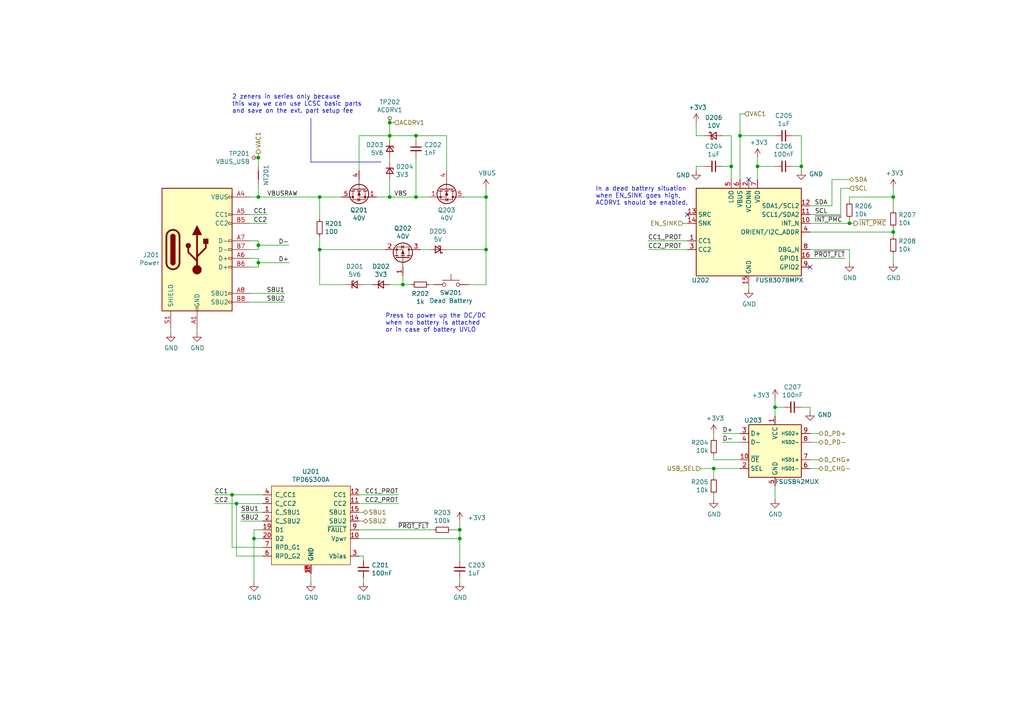
<source format=kicad_sch>
(kicad_sch (version 20231120) (generator "eeschema") (generator_version "8.0")
  (paper "A4")
  (lib_symbols
    (symbol "Connector:TestPoint_Small" (pin_numbers hide) (pin_names (offset 0.762) hide)
      (property "Reference" "TP" (at 0 3.81 0))
      (property "Value" "TestPoint_Small" (at 0 2.032 0))
      (symbol "TestPoint_Small_0_1"
        (circle (center 0 0) (radius 0.508))
      )
      (symbol "TestPoint_Small_1_1"
        (pin passive line (at 0 0 90) (length 0) (name "1") (number "1"))
      )
    )
    (symbol "Connector:USB_C_Receptacle_USB2.0" (pin_names (offset 1.016))
      (property "Reference" "J" (at -10.16 19.05 0))
      (property "Value" "USB_C_Receptacle_USB2.0" (at 19.05 19.05 0))
      (symbol "USB_C_Receptacle_USB2.0_0_0"
        (rectangle (start -0.254 -17.78) (end 0.254 -16.764))
        (rectangle (start 10.16 -14.986) (end 9.144 -15.494))
        (rectangle (start 10.16 -12.446) (end 9.144 -12.954))
        (rectangle (start 10.16 -4.826) (end 9.144 -5.334))
        (rectangle (start 10.16 -2.286) (end 9.144 -2.794))
        (rectangle (start 10.16 0.254) (end 9.144 -0.254))
        (rectangle (start 10.16 2.794) (end 9.144 2.286))
        (rectangle (start 10.16 7.874) (end 9.144 7.366))
        (rectangle (start 10.16 10.414) (end 9.144 9.906))
        (rectangle (start 10.16 15.494) (end 9.144 14.986))
      )
      (symbol "USB_C_Receptacle_USB2.0_0_1"
        (rectangle (start -10.16 17.78) (end 10.16 -17.78) (stroke (width 0.254)) (fill (type background)))
        (arc (start -8.89 -3.81) (mid -6.985 -5.7067) (end -5.08 -3.81) (stroke (width 0.508)))
        (arc (start -7.62 -3.81) (mid -6.985 -4.4423) (end -6.35 -3.81) (stroke (width 0.254)))
        (arc (start -7.62 -3.81) (mid -6.985 -4.4423) (end -6.35 -3.81) (stroke (width 0.254)) (fill (type outline)))
        (rectangle (start -7.62 -3.81) (end -6.35 3.81) (stroke (width 0.254)) (fill (type outline)))
        (arc (start -6.35 3.81) (mid -6.985 4.4423) (end -7.62 3.81) (stroke (width 0.254)))
        (arc (start -6.35 3.81) (mid -6.985 4.4423) (end -7.62 3.81) (stroke (width 0.254)) (fill (type outline)))
        (arc (start -5.08 3.81) (mid -6.985 5.7067) (end -8.89 3.81) (stroke (width 0.508)))
        (circle (center -2.54 1.143) (radius 0.635) (stroke (width 0.254)) (fill (type outline)))
        (circle (center 0 -5.842) (radius 1.27) (fill (type outline)))
        (polyline (pts (xy -8.89 -3.81) (xy -8.89 3.81)) (stroke (width 0.508)))
        (polyline (pts (xy -5.08 3.81) (xy -5.08 -3.81)) (stroke (width 0.508)))
        (polyline (pts (xy 0 -5.842) (xy 0 4.318)) (stroke (width 0.508)))
        (polyline (pts (xy 0 -3.302) (xy -2.54 -0.762) (xy -2.54 0.508)) (stroke (width 0.508)))
        (polyline (pts (xy 0 -2.032) (xy 2.54 0.508) (xy 2.54 1.778)) (stroke (width 0.508)))
        (polyline (pts (xy -1.27 4.318) (xy 0 6.858) (xy 1.27 4.318) (xy -1.27 4.318)) (stroke (width 0.254)) (fill (type outline)))
        (rectangle (start 1.905 1.778) (end 3.175 3.048) (stroke (width 0.254)) (fill (type outline)))
      )
      (symbol "USB_C_Receptacle_USB2.0_1_1"
        (pin passive line (at 0 -22.86 90) (length 5.08) (name "GND") (number "A1"))
        (pin passive line (at 0 -22.86 90) (length 5.08) hide (name "GND") (number "A12"))
        (pin passive line (at 15.24 15.24 180) (length 5.08) (name "VBUS") (number "A4"))
        (pin bidirectional line (at 15.24 10.16 180) (length 5.08) (name "CC1") (number "A5"))
        (pin bidirectional line (at 15.24 -2.54 180) (length 5.08) (name "D+") (number "A6"))
        (pin bidirectional line (at 15.24 2.54 180) (length 5.08) (name "D-") (number "A7"))
        (pin bidirectional line (at 15.24 -12.7 180) (length 5.08) (name "SBU1") (number "A8"))
        (pin passive line (at 15.24 15.24 180) (length 5.08) hide (name "VBUS") (number "A9"))
        (pin passive line (at 0 -22.86 90) (length 5.08) hide (name "GND") (number "B1"))
        (pin passive line (at 0 -22.86 90) (length 5.08) hide (name "GND") (number "B12"))
        (pin passive line (at 15.24 15.24 180) (length 5.08) hide (name "VBUS") (number "B4"))
        (pin bidirectional line (at 15.24 7.62 180) (length 5.08) (name "CC2") (number "B5"))
        (pin bidirectional line (at 15.24 -5.08 180) (length 5.08) (name "D+") (number "B6"))
        (pin bidirectional line (at 15.24 0 180) (length 5.08) (name "D-") (number "B7"))
        (pin bidirectional line (at 15.24 -15.24 180) (length 5.08) (name "SBU2") (number "B8"))
        (pin passive line (at 15.24 15.24 180) (length 5.08) hide (name "VBUS") (number "B9"))
        (pin passive line (at -7.62 -22.86 90) (length 5.08) (name "SHIELD") (number "S1"))
      )
    )
    (symbol "Device:C_Small" (pin_numbers hide) (pin_names (offset 0.254) hide)
      (property "Reference" "C" (at 0.254 1.778 0))
      (property "Value" "C_Small" (at 0.254 -2.032 0))
      (symbol "C_Small_0_1"
        (polyline (pts (xy -1.524 -0.508) (xy 1.524 -0.508)) (stroke (width 0.3302)))
        (polyline (pts (xy -1.524 0.508) (xy 1.524 0.508)) (stroke (width 0.3048)))
      )
      (symbol "C_Small_1_1"
        (pin passive line (at 0 2.54 270) (length 2.032) (name "~") (number "1"))
        (pin passive line (at 0 -2.54 90) (length 2.032) (name "~") (number "2"))
      )
    )
    (symbol "Device:D_Schottky_Small" (pin_numbers hide) (pin_names (offset 0.254) hide)
      (property "Reference" "D" (at -1.27 2.032 0))
      (property "Value" "D_Schottky_Small" (at -7.112 -2.032 0))
      (symbol "D_Schottky_Small_0_1"
        (polyline (pts (xy -0.762 0) (xy 0.762 0)))
        (polyline (pts (xy 0.762 -1.016) (xy -0.762 0) (xy 0.762 1.016) (xy 0.762 -1.016)) (stroke (width 0.254)))
        (polyline (pts (xy -1.27 0.762) (xy -1.27 1.016) (xy -0.762 1.016) (xy -0.762 -1.016) (xy -0.254 -1.016) (xy -0.254 -0.762)) (stroke (width 0.254)))
      )
      (symbol "D_Schottky_Small_1_1"
        (pin passive line (at -2.54 0 0) (length 1.778) (name "K") (number "1"))
        (pin passive line (at 2.54 0 180) (length 1.778) (name "A") (number "2"))
      )
    )
    (symbol "Device:D_Zener_Small" (pin_numbers hide) (pin_names (offset 0.254) hide)
      (property "Reference" "D" (at 0 2.286 0))
      (property "Value" "D_Zener_Small" (at 0 -2.286 0))
      (symbol "D_Zener_Small_0_1"
        (polyline (pts (xy 0.762 0) (xy -0.762 0)))
        (polyline (pts (xy -0.254 1.016) (xy -0.762 1.016) (xy -0.762 -1.016)) (stroke (width 0.254)))
        (polyline (pts (xy 0.762 1.016) (xy -0.762 0) (xy 0.762 -1.016) (xy 0.762 1.016)) (stroke (width 0.254)))
      )
      (symbol "D_Zener_Small_1_1"
        (pin passive line (at -2.54 0 0) (length 1.778) (name "K") (number "1"))
        (pin passive line (at 2.54 0 180) (length 1.778) (name "A") (number "2"))
      )
    )
    (symbol "Device:NetTie_2" (pin_numbers hide) (pin_names (offset 0) hide)
      (property "Reference" "NT" (at 0 1.27 0))
      (property "Value" "NetTie_2" (at 0 -1.27 0))
      (symbol "NetTie_2_0_1"
        (polyline (pts (xy -1.27 0) (xy 1.27 0)) (stroke (width 0.254)))
      )
      (symbol "NetTie_2_1_1"
        (pin passive line (at -2.54 0 0) (length 2.54) (name "1") (number "1"))
        (pin passive line (at 2.54 0 180) (length 2.54) (name "2") (number "2"))
      )
    )
    (symbol "Device:Q_PMOS_GSD" (pin_names (offset 0) hide)
      (property "Reference" "Q" (at 5.08 1.27 0))
      (property "Value" "Q_PMOS_GSD" (at 5.08 -1.27 0))
      (symbol "Q_PMOS_GSD_0_1"
        (polyline (pts (xy 0.254 0) (xy -2.54 0)))
        (polyline (pts (xy 0.254 1.905) (xy 0.254 -1.905)) (stroke (width 0.254)))
        (polyline (pts (xy 0.762 -1.27) (xy 0.762 -2.286)) (stroke (width 0.254)))
        (polyline (pts (xy 0.762 0.508) (xy 0.762 -0.508)) (stroke (width 0.254)))
        (polyline (pts (xy 0.762 2.286) (xy 0.762 1.27)) (stroke (width 0.254)))
        (polyline (pts (xy 2.54 2.54) (xy 2.54 1.778)))
        (polyline (pts (xy 2.54 -2.54) (xy 2.54 0) (xy 0.762 0)))
        (polyline (pts (xy 0.762 1.778) (xy 3.302 1.778) (xy 3.302 -1.778) (xy 0.762 -1.778)))
        (polyline (pts (xy 2.286 0) (xy 1.27 0.381) (xy 1.27 -0.381) (xy 2.286 0)) (fill (type outline)))
        (polyline (pts (xy 2.794 -0.508) (xy 2.921 -0.381) (xy 3.683 -0.381) (xy 3.81 -0.254)))
        (polyline (pts (xy 3.302 -0.381) (xy 2.921 0.254) (xy 3.683 0.254) (xy 3.302 -0.381)))
        (circle (center 1.651 0) (radius 2.794) (stroke (width 0.254)))
        (circle (center 2.54 -1.778) (radius 0.254) (fill (type outline)))
        (circle (center 2.54 1.778) (radius 0.254) (fill (type outline)))
      )
      (symbol "Q_PMOS_GSD_1_1"
        (pin input line (at -5.08 0 0) (length 2.54) (name "G") (number "1"))
        (pin passive line (at 2.54 -5.08 90) (length 2.54) (name "S") (number "2"))
        (pin passive line (at 2.54 5.08 270) (length 2.54) (name "D") (number "3"))
      )
    )
    (symbol "Device:R_Small" (pin_numbers hide) (pin_names (offset 0.254) hide)
      (property "Reference" "R" (at 0.762 0.508 0))
      (property "Value" "R_Small" (at 0.762 -1.016 0))
      (symbol "R_Small_0_1"
        (rectangle (start -0.762 1.778) (end 0.762 -1.778) (stroke (width 0.2032)))
      )
      (symbol "R_Small_1_1"
        (pin passive line (at 0 2.54 270) (length 0.762) (name "~") (number "1"))
        (pin passive line (at 0 -2.54 90) (length 0.762) (name "~") (number "2"))
      )
    )
    (symbol "Interface_USB:FSUSB42MUX"
      (property "Reference" "U" (at -6.35 8.89 0))
      (property "Value" "FSUSB42MUX" (at 7.62 8.89 0))
      (symbol "FSUSB42MUX_0_1"
        (rectangle (start 7.62 7.62) (end -7.62 -7.62) (stroke (width 0.254)) (fill (type background)))
      )
      (symbol "FSUSB42MUX_1_1"
        (pin power_in line (at 0 10.16 270) (length 2.54) (name "VCC") (number "1"))
        (pin input line (at -10.16 -2.54 0) (length 2.54) (name "~{OE}") (number "10"))
        (pin input line (at -10.16 -5.08 0) (length 2.54) (name "SEL") (number "2"))
        (pin bidirectional line (at -10.16 5.08 0) (length 2.54) (name "D+") (number "3"))
        (pin bidirectional line (at -10.16 2.54 0) (length 2.54) (name "D-") (number "4"))
        (pin power_in line (at 0 -10.16 90) (length 2.54) (name "GND") (number "5"))
        (pin bidirectional line (at 10.16 -5.08 180) (length 2.54) (name "HSD1-") (number "6"))
        (pin bidirectional line (at 10.16 -2.54 180) (length 2.54) (name "HSD1+") (number "7"))
        (pin bidirectional line (at 10.16 2.54 180) (length 2.54) (name "HSD2-") (number "8"))
        (pin bidirectional line (at 10.16 5.08 180) (length 2.54) (name "HSD2+") (number "9"))
      )
    )
    (symbol "Interface_USB:FUSB307BMPX"
      (property "Reference" "U" (at -15.24 13.97 0))
      (property "Value" "FUSB307BMPX" (at 6.35 13.97 0))
      (symbol "FUSB307BMPX_0_1"
        (rectangle (start -15.24 12.7) (end 15.24 -12.7) (stroke (width 0.254)) (fill (type background)))
      )
      (symbol "FUSB307BMPX_1_1"
        (pin bidirectional line (at 17.78 -2.54 180) (length 2.54) (name "CC1") (number "1"))
        (pin open_collector line (at -17.78 2.54 0) (length 2.54) (name "INT_N") (number "10"))
        (pin bidirectional line (at -17.78 5.08 0) (length 2.54) (name "SCL1/SDA2") (number "11"))
        (pin bidirectional line (at -17.78 7.62 0) (length 2.54) (name "SDA1/SCL2") (number "12"))
        (pin output line (at 17.78 5.08 180) (length 2.54) (name "SRC") (number "13"))
        (pin output line (at 17.78 2.54 180) (length 2.54) (name "SNK") (number "14"))
        (pin power_in line (at 0 -15.24 90) (length 2.54) (name "GND") (number "15"))
        (pin bidirectional line (at -17.78 -7.62 0) (length 2.54) (name "GPIO1") (number "16"))
        (pin passive line (at 0 -15.24 90) (length 2.54) hide (name "GND") (number "17"))
        (pin power_in line (at 0 15.24 270) (length 2.54) (name "VCONN") (number "2"))
        (pin bidirectional line (at 17.78 -5.08 180) (length 2.54) (name "CC2") (number "3"))
        (pin tri_state line (at -17.78 0 0) (length 2.54) (name "ORIENT/I2C_ADDR") (number "4"))
        (pin power_out line (at 5.08 15.24 270) (length 2.54) (name "LDO") (number "5"))
        (pin power_in line (at 2.54 15.24 270) (length 2.54) (name "VBUS") (number "6"))
        (pin power_in line (at -2.54 15.24 270) (length 2.54) (name "VDD") (number "7"))
        (pin open_collector line (at -17.78 -5.08 0) (length 2.54) (name "DBG_N") (number "8"))
        (pin bidirectional line (at -17.78 -10.16 0) (length 2.54) (name "GPIO2") (number "9"))
      )
    )
    (symbol "Switch:SW_Push" (pin_numbers hide) (pin_names (offset 1.016) hide)
      (property "Reference" "SW" (at 1.27 2.54 0))
      (property "Value" "SW_Push" (at 0 -1.524 0))
      (symbol "SW_Push_0_1"
        (circle (center -2.032 0) (radius 0.508))
        (polyline (pts (xy 0 1.27) (xy 0 3.048)))
        (polyline (pts (xy 2.54 1.27) (xy -2.54 1.27)))
        (circle (center 2.032 0) (radius 0.508))
        (pin passive line (at -5.08 0 0) (length 2.54) (name "1") (number "1"))
        (pin passive line (at 5.08 0 180) (length 2.54) (name "2") (number "2"))
      )
    )
    (symbol "Transistor_FET:Si7336ADP" (pin_names hide)
      (property "Reference" "Q" (at 5.08 1.905 0))
      (property "Value" "Si7336ADP" (at 5.08 0 0))
      (symbol "Si7336ADP_0_1"
        (polyline (pts (xy 0.254 0) (xy -2.54 0)))
        (polyline (pts (xy 0.254 1.905) (xy 0.254 -1.905)) (stroke (width 0.254)))
        (polyline (pts (xy 0.762 -1.27) (xy 0.762 -2.286)) (stroke (width 0.254)))
        (polyline (pts (xy 0.762 0.508) (xy 0.762 -0.508)) (stroke (width 0.254)))
        (polyline (pts (xy 0.762 2.286) (xy 0.762 1.27)) (stroke (width 0.254)))
        (polyline (pts (xy 2.54 2.54) (xy 2.54 1.778)))
        (polyline (pts (xy 2.54 -2.54) (xy 2.54 0) (xy 0.762 0)))
        (polyline (pts (xy 0.762 -1.778) (xy 3.302 -1.778) (xy 3.302 1.778) (xy 0.762 1.778)))
        (polyline (pts (xy 1.016 0) (xy 2.032 0.381) (xy 2.032 -0.381) (xy 1.016 0)) (fill (type outline)))
        (polyline (pts (xy 2.794 0.508) (xy 2.921 0.381) (xy 3.683 0.381) (xy 3.81 0.254)))
        (polyline (pts (xy 3.302 0.381) (xy 2.921 -0.254) (xy 3.683 -0.254) (xy 3.302 0.381)))
        (circle (center 1.651 0) (radius 2.794) (stroke (width 0.254)))
        (circle (center 2.54 -1.778) (radius 0.254) (fill (type outline)))
        (circle (center 2.54 1.778) (radius 0.254) (fill (type outline)))
      )
      (symbol "Si7336ADP_1_1"
        (pin passive line (at 2.54 -5.08 90) (length 2.54) (name "S") (number "1"))
        (pin passive line (at 2.54 -5.08 90) (length 2.54) hide (name "S") (number "2"))
        (pin passive line (at 2.54 -5.08 90) (length 2.54) hide (name "S") (number "3"))
        (pin input line (at -5.08 0 0) (length 2.54) (name "G") (number "4"))
        (pin passive line (at 2.54 5.08 270) (length 2.54) (name "D") (number "5"))
      )
    )
    (symbol "meansOfCircuitDesign:TPD6S300A" (pin_names (offset 1.016))
      (property "Reference" "U" (at 0 11.43 0))
      (property "Value" "TPD6S300A" (at 0 13.97 0))
      (symbol "TPD6S300A_0_1"
        (rectangle (start 11.43 10.16) (end -11.43 -12.7) (fill (type background)))
      )
      (symbol "TPD6S300A_1_1"
        (pin bidirectional line (at -13.97 2.54 0) (length 2.54) (name "C_SBU1") (number "1"))
        (pin passive line (at 13.97 -5.08 180) (length 2.54) (name "Vpwr") (number "10"))
        (pin bidirectional line (at 13.97 5.08 180) (length 2.54) (name "CC2") (number "11"))
        (pin bidirectional line (at 13.97 7.62 180) (length 2.54) (name "CC1") (number "12"))
        (pin passive line (at 0 -15.24 90) (length 2.54) (name "GND") (number "13"))
        (pin bidirectional line (at 13.97 0 180) (length 2.54) (name "SBU2") (number "14"))
        (pin bidirectional line (at 13.97 2.54 180) (length 2.54) (name "SBU1") (number "15"))
        (pin passive line (at 0 -15.24 90) (length 2.54) hide (name "NC") (number "16"))
        (pin passive line (at 0 -15.24 90) (length 2.54) hide (name "NC") (number "17"))
        (pin passive line (at 0 -15.24 90) (length 2.54) (name "GND") (number "18"))
        (pin passive line (at -13.97 -2.54 0) (length 2.54) (name "D1") (number "19"))
        (pin bidirectional line (at -13.97 0 0) (length 2.54) (name "C_SBU2") (number "2"))
        (pin passive line (at -13.97 -5.08 0) (length 2.54) (name "D2") (number "20"))
        (pin passive line (at 0 -15.24 90) (length 2.54) hide (name "Thermal_Pad") (number "21"))
        (pin passive line (at 13.97 -10.16 180) (length 2.54) (name "Vbias") (number "3"))
        (pin bidirectional line (at -13.97 7.62 0) (length 2.54) (name "C_CC1") (number "4"))
        (pin bidirectional line (at -13.97 5.08 0) (length 2.54) (name "C_CC2") (number "5"))
        (pin bidirectional line (at -13.97 -10.16 0) (length 2.54) (name "RPD_G2") (number "6"))
        (pin bidirectional line (at -13.97 -7.62 0) (length 2.54) (name "RPD_G1") (number "7"))
        (pin passive line (at 0 -15.24 90) (length 2.54) (name "GND") (number "8"))
        (pin passive line (at 13.97 -2.54 180) (length 2.54) (name "~{FAULT}") (number "9"))
      )
    )
    (symbol "power:+3V3" (power) (pin_names (offset 0))
      (property "Value" "+3V3" (at 0 3.556 0))
      (symbol "+3V3_0_1"
        (polyline (pts (xy -0.762 1.27) (xy 0 2.54)))
        (polyline (pts (xy 0 0) (xy 0 2.54)))
        (polyline (pts (xy 0 2.54) (xy 0.762 1.27)))
      )
      (symbol "+3V3_1_1"
        (pin power_in line (at 0 0 90) (length 0) hide (name "+3V3") (number "1"))
      )
    )
    (symbol "power:GND" (power) (pin_names (offset 0))
      (property "Value" "GND" (at 0 -3.81 0))
      (symbol "GND_0_1"
        (polyline (pts (xy 0 0) (xy 0 -1.27) (xy 1.27 -1.27) (xy 0 -2.54) (xy -1.27 -1.27) (xy 0 -1.27)))
      )
      (symbol "GND_1_1"
        (pin power_in line (at 0 0 270) (length 0) hide (name "GND") (number "1"))
      )
    )
    (symbol "power:VBUS" (power) (pin_names (offset 0))
      (property "Value" "VBUS" (at 0 3.81 0))
      (symbol "VBUS_0_1"
        (polyline (pts (xy -0.762 1.27) (xy 0 2.54)))
        (polyline (pts (xy 0 0) (xy 0 2.54)))
        (polyline (pts (xy 0 2.54) (xy 0.762 1.27)))
      )
      (symbol "VBUS_1_1"
        (pin power_in line (at 0 0 90) (length 0) hide (name "VBUS") (number "1"))
      )
    )
  )
  (junction (at 113.03 35.56))
  (junction (at 92.71 57.15))
  (junction (at 259.08 57.15))
  (junction (at 232.41 48.26))
  (junction (at 116.84 82.55))
  (junction (at 140.97 57.15))
  (junction (at 224.79 118.11))
  (junction (at 67.31 143.51))
  (junction (at 212.09 48.26))
  (junction (at 113.03 57.15))
  (junction (at 133.35 153.67))
  (junction (at 140.97 72.39))
  (junction (at 74.93 76.2))
  (junction (at 113.03 39.37))
  (junction (at 120.65 57.15))
  (junction (at 74.93 57.15))
  (junction (at 74.93 71.12))
  (junction (at 133.35 156.21))
  (junction (at 219.71 48.26))
  (junction (at 92.71 72.39))
  (junction (at 120.65 39.37))
  (junction (at 246.38 64.77))
  (junction (at 73.66 156.21))
  (junction (at 74.93 45.72))
  (junction (at 214.63 39.37))
  (junction (at 207.01 135.89))
  (junction (at 259.08 67.31))
  (junction (at 68.58 146.05))
  (no_connect (at 217.17 52.07))
  (no_connect (at 199.39 62.23))
  (no_connect (at 234.95 77.47))
  (wire (pts (xy 76.2 153.67) (xy 73.66 153.67)))
  (wire (pts (xy 74.93 45.72) (xy 74.93 48.26)))
  (wire (pts (xy 72.39 64.77) (xy 77.47 64.77)))
  (wire (pts (xy 234.95 64.77) (xy 246.38 64.77)))
  (wire (pts (xy 187.96 69.85) (xy 199.39 69.85)))
  (wire (pts (xy 241.3 52.07) (xy 246.38 52.07)))
  (wire (pts (xy 125.73 82.55) (xy 124.46 82.55)))
  (wire (pts (xy 207.01 135.89) (xy 203.2 135.89)))
  (wire (pts (xy 246.38 76.2) (xy 246.38 72.39)))
  (wire (pts (xy 245.11 74.93) (xy 234.95 74.93)))
  (wire (pts (xy 234.95 119.38) (xy 234.95 118.11)))
  (wire (pts (xy 259.08 57.15) (xy 259.08 60.96)))
  (wire (pts (xy 201.93 39.37) (xy 204.47 39.37)))
  (wire (pts (xy 72.39 74.93) (xy 74.93 74.93)))
  (wire (pts (xy 229.87 39.37) (xy 232.41 39.37)))
  (wire (pts (xy 133.35 167.64) (xy 133.35 168.91)))
  (wire (pts (xy 234.95 118.11) (xy 232.41 118.11)))
  (wire (pts (xy 92.71 72.39) (xy 111.76 72.39)))
  (wire (pts (xy 207.01 133.35) (xy 214.63 133.35)))
  (wire (pts (xy 68.58 161.29) (xy 76.2 161.29)))
  (wire (pts (xy 77.47 62.23) (xy 72.39 62.23)))
  (wire (pts (xy 113.03 39.37) (xy 120.65 39.37)))
  (wire (pts (xy 215.9 33.02) (xy 214.63 33.02)))
  (wire (pts (xy 104.14 39.37) (xy 113.03 39.37)))
  (wire (pts (xy 207.01 125.73) (xy 207.01 127)))
  (wire (pts (xy 209.55 125.73) (xy 214.63 125.73)))
  (wire (pts (xy 74.93 45.72) (xy 73.66 45.72)))
  (wire (pts (xy 113.03 35.56) (xy 114.3 35.56)))
  (wire (pts (xy 113.03 40.64) (xy 113.03 39.37)))
  (wire (pts (xy 69.85 151.13) (xy 76.2 151.13)))
  (wire (pts (xy 243.84 54.61) (xy 246.38 54.61)))
  (wire (pts (xy 74.93 74.93) (xy 74.93 76.2)))
  (wire (pts (xy 232.41 49.53) (xy 232.41 48.26)))
  (wire (pts (xy 57.15 96.52) (xy 57.15 95.25)))
  (wire (pts (xy 83.82 71.12) (xy 74.93 71.12)))
  (wire (pts (xy 214.63 39.37) (xy 214.63 52.07)))
  (wire (pts (xy 105.41 161.29) (xy 104.14 161.29)))
  (wire (pts (xy 120.65 57.15) (xy 124.46 57.15)))
  (wire (pts (xy 74.93 71.12) (xy 74.93 69.85)))
  (wire (pts (xy 105.41 148.59) (xy 104.14 148.59)))
  (wire (pts (xy 76.2 158.75) (xy 67.31 158.75)))
  (wire (pts (xy 212.09 39.37) (xy 212.09 48.26)))
  (wire (pts (xy 130.81 153.67) (xy 133.35 153.67)))
  (wire (pts (xy 129.54 39.37) (xy 129.54 49.53)))
  (wire (pts (xy 219.71 52.07) (xy 219.71 48.26)))
  (wire (pts (xy 243.84 62.23) (xy 243.84 54.61)))
  (wire (pts (xy 116.84 82.55) (xy 119.38 82.55)))
  (wire (pts (xy 209.55 48.26) (xy 212.09 48.26)))
  (wire (pts (xy 104.14 151.13) (xy 105.41 151.13)))
  (wire (pts (xy 121.92 72.39) (xy 124.46 72.39)))
  (wire (pts (xy 232.41 48.26) (xy 229.87 48.26)))
  (wire (pts (xy 246.38 57.15) (xy 246.38 58.42)))
  (wire (pts (xy 113.03 57.15) (xy 120.65 57.15)))
  (wire (pts (xy 234.95 62.23) (xy 243.84 62.23)))
  (wire (pts (xy 113.03 39.37) (xy 113.03 35.56)))
  (wire (pts (xy 83.82 76.2) (xy 74.93 76.2)))
  (wire (pts (xy 113.03 45.72) (xy 113.03 46.99)))
  (polyline (pts (xy 110.49 46.99) (xy 90.17 46.99)))
  (wire (pts (xy 76.2 148.59) (xy 69.85 148.59)))
  (wire (pts (xy 82.55 87.63) (xy 72.39 87.63)))
  (wire (pts (xy 72.39 72.39) (xy 74.93 72.39)))
  (wire (pts (xy 49.53 96.52) (xy 49.53 95.25)))
  (wire (pts (xy 129.54 72.39) (xy 140.97 72.39)))
  (wire (pts (xy 133.35 153.67) (xy 133.35 156.21)))
  (wire (pts (xy 224.79 39.37) (xy 214.63 39.37)))
  (wire (pts (xy 234.95 135.89) (xy 237.49 135.89)))
  (wire (pts (xy 224.79 48.26) (xy 219.71 48.26)))
  (wire (pts (xy 62.23 143.51) (xy 67.31 143.51)))
  (wire (pts (xy 259.08 66.04) (xy 259.08 67.31)))
  (wire (pts (xy 237.49 125.73) (xy 234.95 125.73)))
  (wire (pts (xy 214.63 33.02) (xy 214.63 39.37)))
  (wire (pts (xy 115.57 143.51) (xy 104.14 143.51)))
  (polyline (pts (xy 90.17 46.99) (xy 90.17 34.29)))
  (wire (pts (xy 74.93 53.34) (xy 74.93 57.15)))
  (wire (pts (xy 92.71 72.39) (xy 92.71 68.58)))
  (wire (pts (xy 92.71 82.55) (xy 92.71 72.39)))
  (wire (pts (xy 105.41 168.91) (xy 105.41 167.64)))
  (wire (pts (xy 73.66 156.21) (xy 73.66 168.91)))
  (wire (pts (xy 234.95 59.69) (xy 241.3 59.69)))
  (wire (pts (xy 113.03 35.56) (xy 113.03 34.29)))
  (wire (pts (xy 212.09 39.37) (xy 209.55 39.37)))
  (wire (pts (xy 259.08 57.15) (xy 246.38 57.15)))
  (wire (pts (xy 105.41 162.56) (xy 105.41 161.29)))
  (wire (pts (xy 125.73 153.67) (xy 104.14 153.67)))
  (wire (pts (xy 116.84 80.01) (xy 116.84 82.55)))
  (wire (pts (xy 120.65 40.64) (xy 120.65 39.37)))
  (wire (pts (xy 209.55 128.27) (xy 214.63 128.27)))
  (wire (pts (xy 212.09 48.26) (xy 212.09 52.07)))
  (wire (pts (xy 237.49 133.35) (xy 234.95 133.35)))
  (wire (pts (xy 247.65 64.77) (xy 246.38 64.77)))
  (wire (pts (xy 74.93 45.72) (xy 74.93 44.45)))
  (wire (pts (xy 133.35 162.56) (xy 133.35 156.21)))
  (wire (pts (xy 224.79 118.11) (xy 224.79 120.65)))
  (wire (pts (xy 259.08 76.2) (xy 259.08 73.66)))
  (wire (pts (xy 201.93 35.56) (xy 201.93 39.37)))
  (wire (pts (xy 219.71 48.26) (xy 219.71 45.72)))
  (wire (pts (xy 224.79 118.11) (xy 224.79 115.57)))
  (wire (pts (xy 227.33 118.11) (xy 224.79 118.11)))
  (wire (pts (xy 207.01 144.78) (xy 207.01 143.51)))
  (wire (pts (xy 92.71 57.15) (xy 99.06 57.15)))
  (wire (pts (xy 68.58 146.05) (xy 68.58 161.29)))
  (wire (pts (xy 187.96 72.39) (xy 199.39 72.39)))
  (wire (pts (xy 92.71 63.5) (xy 92.71 57.15)))
  (wire (pts (xy 241.3 59.69) (xy 241.3 52.07)))
  (wire (pts (xy 201.93 49.53) (xy 201.93 48.26)))
  (wire (pts (xy 68.58 146.05) (xy 62.23 146.05)))
  (wire (pts (xy 74.93 77.47) (xy 72.39 77.47)))
  (wire (pts (xy 67.31 158.75) (xy 67.31 143.51)))
  (wire (pts (xy 74.93 72.39) (xy 74.93 71.12)))
  (wire (pts (xy 201.93 48.26) (xy 204.47 48.26)))
  (wire (pts (xy 67.31 143.51) (xy 76.2 143.51)))
  (wire (pts (xy 140.97 54.61) (xy 140.97 57.15)))
  (wire (pts (xy 120.65 45.72) (xy 120.65 57.15)))
  (wire (pts (xy 207.01 132.08) (xy 207.01 133.35)))
  (wire (pts (xy 72.39 57.15) (xy 74.93 57.15)))
  (wire (pts (xy 76.2 156.21) (xy 73.66 156.21)))
  (wire (pts (xy 198.12 64.77) (xy 199.39 64.77)))
  (wire (pts (xy 246.38 63.5) (xy 246.38 64.77)))
  (wire (pts (xy 134.62 57.15) (xy 140.97 57.15)))
  (wire (pts (xy 113.03 82.55) (xy 116.84 82.55)))
  (wire (pts (xy 113.03 52.07) (xy 113.03 57.15)))
  (wire (pts (xy 74.93 57.15) (xy 92.71 57.15)))
  (wire (pts (xy 224.79 144.78) (xy 224.79 140.97)))
  (wire (pts (xy 72.39 85.09) (xy 82.55 85.09)))
  (wire (pts (xy 217.17 83.82) (xy 217.17 82.55)))
  (wire (pts (xy 207.01 135.89) (xy 207.01 138.43)))
  (wire (pts (xy 104.14 156.21) (xy 133.35 156.21)))
  (wire (pts (xy 92.71 82.55) (xy 100.33 82.55)))
  (wire (pts (xy 73.66 153.67) (xy 73.66 156.21)))
  (wire (pts (xy 120.65 39.37) (xy 129.54 39.37)))
  (wire (pts (xy 115.57 146.05) (xy 104.14 146.05)))
  (wire (pts (xy 140.97 72.39) (xy 140.97 57.15)))
  (wire (pts (xy 234.95 67.31) (xy 259.08 67.31)))
  (wire (pts (xy 135.89 82.55) (xy 140.97 82.55)))
  (wire (pts (xy 214.63 135.89) (xy 207.01 135.89)))
  (wire (pts (xy 133.35 151.13) (xy 133.35 153.67)))
  (wire (pts (xy 109.22 57.15) (xy 113.03 57.15)))
  (wire (pts (xy 76.2 146.05) (xy 68.58 146.05)))
  (wire (pts (xy 140.97 82.55) (xy 140.97 72.39)))
  (wire (pts (xy 259.08 67.31) (xy 259.08 68.58)))
  (wire (pts (xy 74.93 69.85) (xy 72.39 69.85)))
  (wire (pts (xy 259.08 54.61) (xy 259.08 57.15)))
  (wire (pts (xy 105.41 82.55) (xy 107.95 82.55)))
  (wire (pts (xy 246.38 72.39) (xy 234.95 72.39)))
  (wire (pts (xy 90.17 168.91) (xy 90.17 166.37)))
  (wire (pts (xy 74.93 76.2) (xy 74.93 77.47)))
  (wire (pts (xy 234.95 128.27) (xy 237.49 128.27)))
  (wire (pts (xy 232.41 39.37) (xy 232.41 48.26)))
  (wire (pts (xy 104.14 49.53) (xy 104.14 39.37)))
  (text "2 zeners in series only because\nthis way we can use LCSC basic parts\nand save on the ext. part setup fee" (at 67.31 33.02 0) (effects (font (size 1.27 1.27)) (justify left bottom)))
  (text "In a dead battery situation\nwhen EN_SINK goes high,\nACDRV1 should be enabled." (at 172.72 59.69 0) (effects (font (size 1.27 1.27)) (justify left bottom)))
  (text "Press to power up the DC/DC \nwhen no battery is attached\nor in case of battery UVLO" (at 111.76 96.52 0) (effects (font (size 1.27 1.27)) (justify left bottom)))
  (label "SBU1" (at 82.55 85.09 180))
  (label "~{INT_PMC}" (at 236.22 64.77 0))
  (label "VBUSRAW" (at 77.47 57.15 0))
  (label "CC1_PROT" (at 115.57 143.51 180))
  (label "SDA" (at 240.03 59.69 180))
  (label "VBS" (at 114.3 57.15 0))
  (label "D+" (at 209.55 125.73 0))
  (label "CC1" (at 77.47 62.23 180))
  (label "CC2" (at 62.23 146.05 0))
  (label "CC2_PROT" (at 115.57 146.05 180))
  (label "D-" (at 83.82 71.12 180))
  (label "CC1" (at 62.23 143.51 0))
  (label "SBU1" (at 69.85 148.59 0))
  (label "D-" (at 209.55 128.27 0))
  (label "~{PROT_FLT}" (at 124.46 153.67 180))
  (label "CC2_PROT" (at 187.96 72.39 0))
  (label "CC1_PROT" (at 187.96 69.85 0))
  (label "SCL" (at 240.03 62.23 180))
  (label "D+" (at 83.82 76.2 180))
  (label "SBU2" (at 69.85 151.13 0))
  (label "SBU2" (at 82.55 87.63 180))
  (label "~{PROT_FLT}" (at 245.11 74.93 180))
  (label "CC2" (at 77.47 64.77 180))
  (hierarchical_label "USB_SEL" (shape input) (at 203.2 135.89 180))
  (hierarchical_label "SCL" (shape input) (at 246.38 54.61 0))
  (hierarchical_label "VAC1" (shape input) (at 215.9 33.02 0))
  (hierarchical_label "ACDRV1" (shape input) (at 114.3 35.56 0))
  (hierarchical_label "SBU1" (shape bidirectional) (at 105.41 148.59 0))
  (hierarchical_label "EN_SINK" (shape input) (at 198.12 64.77 180))
  (hierarchical_label "~{INT_PMC}" (shape output) (at 247.65 64.77 0))
  (hierarchical_label "D_PD+" (shape bidirectional) (at 237.49 125.73 0))
  (hierarchical_label "VAC1" (shape output) (at 74.93 44.45 90))
  (hierarchical_label "D_CHG-" (shape bidirectional) (at 237.49 135.89 0))
  (hierarchical_label "SDA" (shape bidirectional) (at 246.38 52.07 0))
  (hierarchical_label "SBU2" (shape bidirectional) (at 105.41 151.13 0))
  (hierarchical_label "D_PD-" (shape bidirectional) (at 237.49 128.27 0))
  (hierarchical_label "D_CHG+" (shape bidirectional) (at 237.49 133.35 0))
  (symbol (lib_id "Device:D_Schottky_Small") (at 127 72.39 180) (unit 1)
    (property "Reference" "D205" (at 127 67.1322 0))
    (property "Value" "5V" (at 127 69.4436 0))
    (property "Footprint" "Diode_SMD:D_SOD-123" (effects (hide yes)))
    (property "Datasheet" "https://datasheet.lcsc.com/szlcsc/Changjiang-Electronics-Tech-CJ-B5819W_C8598.pdf" (effects (hide yes)))
    (property "MPN" "B5819W" (effects (hide yes)))
    (property "JLC" "SOD-123" (effects (hide yes)))
    (property "LCSC" "C8598" (effects (hide yes)))
  )
  (symbol (lib_id "Device:Q_PMOS_GSD") (at 116.84 74.93 270) (mirror x) (unit 1)
    (property "Reference" "Q202" (at 116.84 66.2432 90))
    (property "Value" "40V" (at 116.84 68.5546 90))
    (property "Footprint" "Package_TO_SOT_SMD:SOT-23" (effects (hide yes)))
    (property "Datasheet" "https://datasheet.lcsc.com/szlcsc/Alpha-Omega-Semicon-AOS-AO3401A_C15127.pdf" (effects (hide yes)))
    (property "MPN" "AO3401" (effects (hide yes)))
    (property "JLC" "SOT-23-3L" (effects (hide yes)))
    (property "LCSC" "C15127" (effects (hide yes)))
  )
  (symbol (lib_id "Device:NetTie_2") (at 74.93 50.8 270) (unit 1)
    (property "Reference" "NT201" (at 77.1906 50.8 0))
    (property "Value" "UwU" (effects (hide yes)))
    (property "Footprint" "NetTie:NetTie-2_SMD_Pad0.5mm" (effects (hide yes)))
    (property "MPN" "DNP" (effects (hide yes)))
  )
  (symbol (lib_id "Connector:USB_C_Receptacle_USB2.0") (at 57.15 72.39 0) (unit 1)
    (property "Reference" "J201" (at 46.2534 73.9394 0) (effects (justify right)))
    (property "Value" "Power" (at 46.2534 76.2508 0) (effects (justify right)))
    (property "Footprint" "Automated:USB_C_Receptacle_XKB_U262-16XN-4BVC11" (effects (hide yes)))
    (property "Datasheet" "https://www.usb.org/sites/default/files/documents/usb_type-c.zip" (effects (hide yes)))
  )
  (symbol (lib_id "power:VBUS") (at 140.97 54.61 0) (unit 1)
    (property "Reference" "#PWR0208" (effects (hide yes)))
    (property "Value" "VBUS" (at 141.351 50.2158 0))
  )
  (symbol (lib_id "Transistor_FET:Si7336ADP") (at 104.14 54.61 90) (mirror x) (unit 1)
    (property "Reference" "Q201" (at 104.14 60.9346 90))
    (property "Value" "40V" (at 104.14 63.246 90))
    (property "Footprint" "Automated:Vishay_PowerPAK_1212-8_Single" (effects (hide yes)))
    (property "MPN" "SiSS10ADN" (effects (hide yes)))
  )
  (symbol (lib_id "Transistor_FET:Si7336ADP") (at 129.54 54.61 270) (unit 1)
    (property "Reference" "Q203" (at 129.54 60.9346 90))
    (property "Value" "40V" (at 129.54 63.246 90))
    (property "Footprint" "Automated:Vishay_PowerPAK_1212-8_Single" (effects (hide yes)))
    (property "MPN" "SiSS10ADN" (effects (hide yes)))
  )
  (symbol (lib_id "Device:C_Small") (at 120.65 43.18 0) (unit 1)
    (property "Reference" "C202" (at 122.9868 42.0116 0) (effects (justify left)))
    (property "Value" "1nF" (at 122.9868 44.323 0) (effects (justify left)))
    (property "Footprint" "Capacitor_SMD:C_0402_1005Metric" (effects (hide yes)))
    (property "JLC" "0402" (effects (hide yes)))
    (property "LCSC" "C1523" (effects (hide yes)))
  )
  (symbol (lib_id "meansOfCircuitDesign:TPD6S300A") (at 90.17 151.13 0) (unit 1)
    (property "Reference" "U201" (at 90.17 136.779 0))
    (property "Value" "TPD6S300A" (at 90.17 139.0904 0))
    (property "Footprint" "Automated:QFN-20-1EP_3x3mm_P0.4mm_EP1.65x1.65mm" (effects (hide yes)))
    (property "Datasheet" "https://www.ti.com/lit/ds/symlink/tpd6s300a.pdf" (effects (hide yes)))
    (property "MPN" "TPD6S300ARUKR" (effects (hide yes)))
  )
  (symbol (lib_id "power:GND") (at 90.17 168.91 0) (unit 1)
    (property "Reference" "#PWR0204" (effects (hide yes)))
    (property "Value" "GND" (at 90.297 173.3042 0))
  )
  (symbol (lib_id "power:GND") (at 73.66 168.91 0) (unit 1)
    (property "Reference" "#PWR0203" (effects (hide yes)))
    (property "Value" "GND" (at 73.787 173.3042 0))
  )
  (symbol (lib_id "Device:C_Small") (at 105.41 165.1 180) (unit 1)
    (property "Reference" "C201" (at 107.7468 163.9316 0) (effects (justify right)))
    (property "Value" "100nF" (at 107.7468 166.243 0) (effects (justify right)))
    (property "Footprint" "Capacitor_SMD:C_0603_1608Metric" (effects (hide yes)))
    (property "JLC" "0603" (effects (hide yes)))
    (property "LCSC" "C14663" (effects (hide yes)))
    (property "MPN" "CC0603KRX7R9BB104" (effects (hide yes)))
  )
  (symbol (lib_id "power:GND") (at 105.41 168.91 0) (unit 1)
    (property "Reference" "#PWR0205" (effects (hide yes)))
    (property "Value" "GND" (at 105.537 173.3042 0))
  )
  (symbol (lib_id "power:+3V3") (at 133.35 151.13 0) (unit 1)
    (property "Reference" "#PWR0206" (effects (hide yes)))
    (property "Value" "+3V3" (at 135.5852 150.1902 0) (effects (justify left)))
  )
  (symbol (lib_id "Device:C_Small") (at 133.35 165.1 180) (unit 1)
    (property "Reference" "C203" (at 135.6868 163.9316 0) (effects (justify right)))
    (property "Value" "1uF" (at 135.6868 166.243 0) (effects (justify right)))
    (property "Footprint" "Capacitor_SMD:C_0603_1608Metric" (effects (hide yes)))
    (property "Datasheet" "https://datasheet.lcsc.com/szlcsc/Samsung-Electro-Mechanics-CL10A105KB8NNNC_C15849.pdf" (effects (hide yes)))
    (property "LCSC" "C15849" (effects (hide yes)))
    (property "JLC" "0603" (effects (hide yes)))
    (property "MPN" "CL10A105KB8NNNC" (effects (hide yes)))
  )
  (symbol (lib_id "power:GND") (at 133.35 168.91 0) (unit 1)
    (property "Reference" "#PWR0207" (effects (hide yes)))
    (property "Value" "GND" (at 133.477 173.3042 0))
  )
  (symbol (lib_id "power:GND") (at 57.15 96.52 0) (unit 1)
    (property "Reference" "#PWR0202" (effects (hide yes)))
    (property "Value" "GND" (at 57.277 100.9142 0))
  )
  (symbol (lib_id "power:GND") (at 49.53 96.52 0) (unit 1)
    (property "Reference" "#PWR0201" (effects (hide yes)))
    (property "Value" "GND" (at 49.657 100.9142 0))
  )
  (symbol (lib_id "Device:R_Small") (at 128.27 153.67 270) (unit 1)
    (property "Reference" "R203" (at 128.27 148.6916 90))
    (property "Value" "100k" (at 128.27 151.003 90))
    (property "Footprint" "Resistor_SMD:R_0402_1005Metric" (effects (hide yes)))
    (property "JLC" "0402" (effects (hide yes)))
    (property "LCSC" "C25741" (effects (hide yes)))
  )
  (symbol (lib_id "Interface_USB:FUSB307BMPX") (at 217.17 67.31 0) (mirror y) (unit 1)
    (property "Reference" "U202" (at 203.2 81.28 0))
    (property "Value" "FUSB307BMPX" (at 226.06 81.28 0))
    (property "Footprint" "Package_DFN_QFN:WQFN-16-1EP_3x3mm_P0.5mm_EP1.75x1.75mm" (effects (hide yes)))
    (property "Datasheet" "http://www.onsemi.com/pub/Collateral/FUSB307B-D.PDF" (effects (hide yes)))
  )
  (symbol (lib_id "power:+3V3") (at 219.71 45.72 0) (unit 1)
    (property "Reference" "#PWR0214" (effects (hide yes)))
    (property "Value" "+3V3" (at 220.091 41.3258 0))
  )
  (symbol (lib_id "Device:C_Small") (at 227.33 39.37 90) (unit 1)
    (property "Reference" "C205" (at 227.33 33.5534 90))
    (property "Value" "1uF" (at 227.33 35.8648 90))
    (property "Footprint" "Capacitor_SMD:C_0603_1608Metric" (effects (hide yes)))
    (property "LCSC" "C15849" (effects (hide yes)))
    (property "JLC" "0603" (effects (hide yes)))
  )
  (symbol (lib_id "Device:C_Small") (at 227.33 48.26 270) (unit 1)
    (property "Reference" "C206" (at 227.33 42.4434 90))
    (property "Value" "100nF" (at 227.33 44.7548 90))
    (property "Footprint" "Capacitor_SMD:C_0603_1608Metric" (effects (hide yes)))
    (property "JLC" "0603" (effects (hide yes)))
    (property "LCSC" "C14663" (effects (hide yes)))
    (property "MPN" "CC0603KRX7R9BB104" (effects (hide yes)))
  )
  (symbol (lib_id "power:GND") (at 232.41 49.53 0) (unit 1)
    (property "Reference" "#PWR0217" (effects (hide yes)))
    (property "Value" "GND" (at 234.6452 50.4698 0) (effects (justify left)))
  )
  (symbol (lib_id "power:GND") (at 217.17 83.82 0) (unit 1)
    (property "Reference" "#PWR0213" (effects (hide yes)))
    (property "Value" "GND" (at 217.297 88.2142 0))
  )
  (symbol (lib_id "power:GND") (at 201.93 49.53 0) (unit 1)
    (property "Reference" "#PWR0210" (effects (hide yes)))
    (property "Value" "GND" (at 198.12 50.8 0))
  )
  (symbol (lib_id "Device:D_Schottky_Small") (at 207.01 39.37 0) (unit 1)
    (property "Reference" "D206" (at 207.01 34.1122 0))
    (property "Value" "10V" (at 207.01 36.4236 0))
    (property "Footprint" "Diode_SMD:D_SOD-123" (effects (hide yes)))
    (property "MPN" "B5819W" (effects (hide yes)))
    (property "LCSC" "C8598" (effects (hide yes)))
    (property "JLC" "SOD-123" (effects (hide yes)))
  )
  (symbol (lib_id "Device:C_Small") (at 207.01 48.26 270) (unit 1)
    (property "Reference" "C204" (at 207.01 42.4434 90))
    (property "Value" "1uF" (at 207.01 44.7548 90))
    (property "Footprint" "Capacitor_SMD:C_0603_1608Metric" (effects (hide yes)))
  )
  (symbol (lib_id "power:+3V3") (at 201.93 35.56 0) (unit 1)
    (property "Reference" "#PWR0209" (effects (hide yes)))
    (property "Value" "+3V3" (at 202.311 31.1658 0))
  )
  (symbol (lib_id "power:GND") (at 246.38 76.2 0) (unit 1)
    (property "Reference" "#PWR0219" (effects (hide yes)))
    (property "Value" "GND" (at 246.507 80.5942 0))
  )
  (symbol (lib_id "Device:R_Small") (at 259.08 71.12 180) (unit 1)
    (property "Reference" "R208" (at 260.5786 69.9516 0) (effects (justify right)))
    (property "Value" "10k" (at 260.5786 72.263 0) (effects (justify right)))
    (property "Footprint" "Resistor_SMD:R_0603_1608Metric" (effects (hide yes)))
    (property "MPN" "DNP" (effects (hide yes)))
    (property "JLC" "0603" (effects (hide yes)))
    (property "LCSC" "C25804" (effects (hide yes)))
  )
  (symbol (lib_id "power:GND") (at 259.08 76.2 0) (unit 1)
    (property "Reference" "#PWR0221" (effects (hide yes)))
    (property "Value" "GND" (at 259.207 80.5942 0))
  )
  (symbol (lib_id "power:+3V3") (at 259.08 54.61 0) (unit 1)
    (property "Reference" "#PWR0220" (effects (hide yes)))
    (property "Value" "+3V3" (at 259.461 50.2158 0))
  )
  (symbol (lib_id "Device:R_Small") (at 246.38 60.96 180) (unit 1)
    (property "Reference" "R206" (at 247.8786 59.7916 0) (effects (justify right)))
    (property "Value" "10k" (at 247.8786 62.103 0) (effects (justify right)))
    (property "Footprint" "Resistor_SMD:R_0402_1005Metric" (effects (hide yes)))
    (property "JLC" "0402" (effects (hide yes)))
    (property "LCSC" "C25744" (effects (hide yes)))
  )
  (symbol (lib_id "Device:R_Small") (at 259.08 63.5 180) (unit 1)
    (property "Reference" "R207" (at 260.5786 62.3316 0) (effects (justify right)))
    (property "Value" "10k" (at 260.5786 64.643 0) (effects (justify right)))
    (property "Footprint" "Resistor_SMD:R_0603_1608Metric" (effects (hide yes)))
    (property "MPN" "DNP" (effects (hide yes)))
    (property "JLC" "0603" (effects (hide yes)))
    (property "LCSC" "C25804" (effects (hide yes)))
  )
  (symbol (lib_id "Connector:TestPoint_Small") (at 73.66 45.72 0) (unit 1)
    (property "Reference" "TP201" (at 72.4662 44.5516 0) (effects (justify right)))
    (property "Value" "VBUS_USB" (at 72.4662 46.863 0) (effects (justify right)))
    (property "Footprint" "TestPoint:TestPoint_THTPad_D2.0mm_Drill1.0mm" (effects (hide yes)))
  )
  (symbol (lib_id "Connector:TestPoint_Small") (at 113.03 34.29 0) (unit 1)
    (property "Reference" "TP202" (at 113.03 29.591 0))
    (property "Value" "ACDRV1" (at 113.03 31.9024 0))
    (property "Footprint" "TestPoint:TestPoint_THTPad_D2.0mm_Drill1.0mm" (effects (hide yes)))
  )
  (symbol (lib_id "Interface_USB:FSUSB42MUX") (at 224.79 130.81 0) (unit 1)
    (property "Reference" "U203" (at 218.44 121.92 0))
    (property "Value" "FSUSB42MUX" (at 231.14 139.7 0))
    (property "Footprint" "Package_SO:MSOP-10_3x3mm_P0.5mm" (effects (hide yes)))
    (property "Datasheet" "https://www.onsemi.com/pub/Collateral/FSUSB42-D.PDF" (effects (hide yes)))
    (property "JLC" "MSOP-10_3.0x3.0x0.5P" (effects (hide yes)))
    (property "LCSC" "C11355" (effects (hide yes)))
    (property "MPN" "FSUSB42MUX" (effects (hide yes)))
  )
  (symbol (lib_id "power:GND") (at 224.79 144.78 0) (unit 1)
    (property "Reference" "#PWR0216" (effects (hide yes)))
    (property "Value" "GND" (at 224.917 149.1742 0))
  )
  (symbol (lib_id "Device:C_Small") (at 229.87 118.11 270) (unit 1)
    (property "Reference" "C207" (at 229.87 112.2934 90))
    (property "Value" "100nF" (at 229.87 114.6048 90))
    (property "Footprint" "Capacitor_SMD:C_0402_1005Metric" (effects (hide yes)))
    (property "JLC" "0402" (effects (hide yes)))
  )
  (symbol (lib_id "power:GND") (at 234.95 119.38 0) (unit 1)
    (property "Reference" "#PWR0218" (effects (hide yes)))
    (property "Value" "GND" (at 237.1852 120.3198 0) (effects (justify left)))
  )
  (symbol (lib_id "power:+3V3") (at 224.79 115.57 0) (unit 1)
    (property "Reference" "#PWR0215" (effects (hide yes)))
    (property "Value" "+3V3" (at 223.3168 114.6302 0) (effects (justify right)))
  )
  (symbol (lib_id "power:+3V3") (at 207.01 125.73 0) (unit 1)
    (property "Reference" "#PWR0211" (effects (hide yes)))
    (property "Value" "+3V3" (at 207.391 121.3358 0))
  )
  (symbol (lib_id "Device:R_Small") (at 207.01 129.54 0) (unit 1)
    (property "Reference" "R204" (at 205.5114 128.3716 0) (effects (justify right)))
    (property "Value" "10k" (at 205.5114 130.683 0) (effects (justify right)))
    (property "Footprint" "Resistor_SMD:R_0603_1608Metric" (effects (hide yes)))
    (property "JLC" "0603" (effects (hide yes)))
    (property "LCSC" "C25804" (effects (hide yes)))
  )
  (symbol (lib_id "Device:R_Small") (at 207.01 140.97 0) (unit 1)
    (property "Reference" "R205" (at 205.5114 139.8016 0) (effects (justify right)))
    (property "Value" "10k" (at 205.5114 142.113 0) (effects (justify right)))
    (property "Footprint" "Resistor_SMD:R_0603_1608Metric" (effects (hide yes)))
    (property "JLC" "0603" (effects (hide yes)))
    (property "LCSC" "C25804" (effects (hide yes)))
  )
  (symbol (lib_id "power:GND") (at 207.01 144.78 0) (unit 1)
    (property "Reference" "#PWR0212" (effects (hide yes)))
    (property "Value" "GND" (at 207.137 149.1742 0))
  )
  (symbol (lib_id "Device:R_Small") (at 121.92 82.55 270) (unit 1)
    (property "Reference" "R202" (at 121.92 85.1916 90))
    (property "Value" "1k" (at 121.92 87.503 90))
    (property "Footprint" "Resistor_SMD:R_0603_1608Metric" (effects (hide yes)))
    (property "MPN" "0603WAF1001T5E" (effects (hide yes)))
    (property "JLC" "0603" (effects (hide yes)))
    (property "LCSC" "C21190" (effects (hide yes)))
  )
  (symbol (lib_id "Switch:SW_Push") (at 130.81 82.55 0) (unit 1)
    (property "Reference" "SW201" (at 130.81 84.9122 0))
    (property "Value" "Dead Battery" (at 130.81 87.2236 0))
    (property "Footprint" "Automated:SW_SPST_PTS636_G" (effects (hide yes)))
  )
  (symbol (lib_id "Device:R_Small") (at 92.71 66.04 0) (unit 1)
    (property "Reference" "R201" (at 94.2086 64.8716 0) (effects (justify left)))
    (property "Value" "100" (at 94.2086 67.183 0) (effects (justify left)))
    (property "Footprint" "Resistor_SMD:R_1206_3216Metric" (effects (hide yes)))
    (property "Datasheet" "https://datasheet.lcsc.com/szlcsc/Uniroyal-Elec-1206W4F1000T5E_C17901.pdf" (effects (hide yes)))
    (property "MPN" "1206W4F1000T5E" (effects (hide yes)))
    (property "JLC" "1206" (effects (hide yes)))
    (property "LCSC" "C17901" (effects (hide yes)))
  )
  (symbol (lib_id "Device:D_Zener_Small") (at 102.87 82.55 0) (unit 1)
    (property "Reference" "D201" (at 102.87 77.2922 0))
    (property "Value" "5V6" (at 102.87 79.6036 0))
    (property "Footprint" "Diode_SMD:D_MiniMELF" (effects (hide yes)))
    (property "Datasheet" "https://datasheet.lcsc.com/szlcsc/Semtech-ZMM5V6_C8062.pdf" (effects (hide yes)))
    (property "JLC" "LL-34" (effects (hide yes)))
    (property "LCSC" "C8062" (effects (hide yes)))
    (property "MPN" "ZMM5V6" (effects (hide yes)))
  )
  (symbol (lib_id "Device:D_Zener_Small") (at 110.49 82.55 0) (unit 1)
    (property "Reference" "D202" (at 110.49 77.2922 0))
    (property "Value" "3V3" (at 110.49 79.6036 0))
    (property "Footprint" "Diode_SMD:D_MiniMELF" (effects (hide yes)))
    (property "Datasheet" "https://datasheet.lcsc.com/szlcsc/1812121407_Semtech-ZMM3V3_C8056.pdf" (effects (hide yes)))
    (property "JLC" "LL-34" (effects (hide yes)))
    (property "LCSC" "C8056" (effects (hide yes)))
    (property "MPN" "ZMM3V3" (effects (hide yes)))
  )
  (symbol (lib_id "Device:D_Zener_Small") (at 113.03 43.18 270) (unit 1)
    (property "Reference" "D203" (at 111.252 42.0116 90) (effects (justify right)))
    (property "Value" "5V6" (at 111.252 44.323 90) (effects (justify right)))
    (property "Footprint" "Diode_SMD:D_MiniMELF" (effects (hide yes)))
    (property "Datasheet" "https://datasheet.lcsc.com/szlcsc/Semtech-ZMM5V6_C8062.pdf" (effects (hide yes)))
    (property "JLC" "LL-34" (effects (hide yes)))
    (property "LCSC" "C8062" (effects (hide yes)))
    (property "MPN" "ZMM5V6" (effects (hide yes)))
  )
  (symbol (lib_id "Device:D_Zener_Small") (at 113.03 49.53 270) (unit 1)
    (property "Reference" "D204" (at 114.808 48.3616 90) (effects (justify left)))
    (property "Value" "3V3" (at 114.808 50.673 90) (effects (justify left)))
    (property "Footprint" "Diode_SMD:D_MiniMELF" (effects (hide yes)))
    (property "Datasheet" "https://datasheet.lcsc.com/szlcsc/1812121407_Semtech-ZMM3V3_C8056.pdf" (effects (hide yes)))
    (property "JLC" "LL-34" (effects (hide yes)))
    (property "LCSC" "C8056" (effects (hide yes)))
    (property "MPN" "ZMM3V3" (effects (hide yes)))
  )
)
</source>
